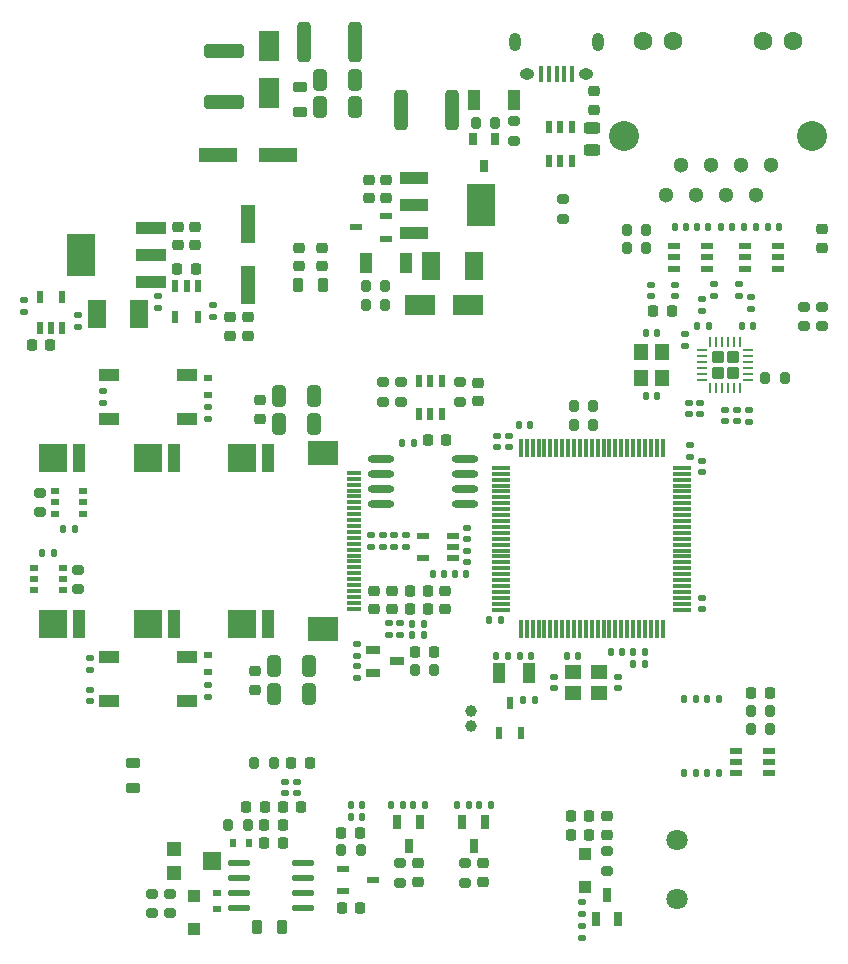
<source format=gtp>
%TF.GenerationSoftware,KiCad,Pcbnew,(6.0.8-1)-1*%
%TF.CreationDate,2022-11-24T03:44:55+08:00*%
%TF.ProjectId,CCTV3_F407_REV200,43435456-335f-4463-9430-375f52455632,rev?*%
%TF.SameCoordinates,Original*%
%TF.FileFunction,Paste,Top*%
%TF.FilePolarity,Positive*%
%FSLAX46Y46*%
G04 Gerber Fmt 4.6, Leading zero omitted, Abs format (unit mm)*
G04 Created by KiCad (PCBNEW (6.0.8-1)-1) date 2022-11-24 03:44:55*
%MOMM*%
%LPD*%
G01*
G04 APERTURE LIST*
G04 Aperture macros list*
%AMRoundRect*
0 Rectangle with rounded corners*
0 $1 Rounding radius*
0 $2 $3 $4 $5 $6 $7 $8 $9 X,Y pos of 4 corners*
0 Add a 4 corners polygon primitive as box body*
4,1,4,$2,$3,$4,$5,$6,$7,$8,$9,$2,$3,0*
0 Add four circle primitives for the rounded corners*
1,1,$1+$1,$2,$3*
1,1,$1+$1,$4,$5*
1,1,$1+$1,$6,$7*
1,1,$1+$1,$8,$9*
0 Add four rect primitives between the rounded corners*
20,1,$1+$1,$2,$3,$4,$5,0*
20,1,$1+$1,$4,$5,$6,$7,0*
20,1,$1+$1,$6,$7,$8,$9,0*
20,1,$1+$1,$8,$9,$2,$3,0*%
G04 Aperture macros list end*
%ADD10RoundRect,0.218750X-0.256250X0.218750X-0.256250X-0.218750X0.256250X-0.218750X0.256250X0.218750X0*%
%ADD11RoundRect,0.200000X-0.275000X0.200000X-0.275000X-0.200000X0.275000X-0.200000X0.275000X0.200000X0*%
%ADD12R,2.460000X1.050000*%
%ADD13R,2.460000X3.540000*%
%ADD14RoundRect,0.140000X-0.170000X0.140000X-0.170000X-0.140000X0.170000X-0.140000X0.170000X0.140000X0*%
%ADD15RoundRect,0.200000X0.200000X0.275000X-0.200000X0.275000X-0.200000X-0.275000X0.200000X-0.275000X0*%
%ADD16R,1.200000X1.200000*%
%ADD17R,1.500000X1.600000*%
%ADD18RoundRect,0.140000X0.140000X0.170000X-0.140000X0.170000X-0.140000X-0.170000X0.140000X-0.170000X0*%
%ADD19RoundRect,0.225000X-0.250000X0.225000X-0.250000X-0.225000X0.250000X-0.225000X0.250000X0.225000X0*%
%ADD20R,1.610000X2.380000*%
%ADD21RoundRect,0.135000X0.185000X-0.135000X0.185000X0.135000X-0.185000X0.135000X-0.185000X-0.135000X0*%
%ADD22R,1.100000X1.100000*%
%ADD23R,2.500000X1.100000*%
%ADD24R,2.340000X3.600000*%
%ADD25RoundRect,0.140000X0.170000X-0.140000X0.170000X0.140000X-0.170000X0.140000X-0.170000X-0.140000X0*%
%ADD26R,1.100000X1.700000*%
%ADD27RoundRect,0.200000X0.275000X-0.200000X0.275000X0.200000X-0.275000X0.200000X-0.275000X-0.200000X0*%
%ADD28RoundRect,0.250000X-0.275000X-0.275000X0.275000X-0.275000X0.275000X0.275000X-0.275000X0.275000X0*%
%ADD29RoundRect,0.062500X-0.350000X-0.062500X0.350000X-0.062500X0.350000X0.062500X-0.350000X0.062500X0*%
%ADD30RoundRect,0.062500X-0.062500X-0.350000X0.062500X-0.350000X0.062500X0.350000X-0.062500X0.350000X0*%
%ADD31RoundRect,0.225000X0.225000X0.250000X-0.225000X0.250000X-0.225000X-0.250000X0.225000X-0.250000X0*%
%ADD32R,1.000000X0.550000*%
%ADD33R,0.550000X1.000000*%
%ADD34RoundRect,0.135000X0.135000X0.185000X-0.135000X0.185000X-0.135000X-0.185000X0.135000X-0.185000X0*%
%ADD35RoundRect,0.135000X-0.135000X-0.185000X0.135000X-0.185000X0.135000X0.185000X-0.135000X0.185000X0*%
%ADD36R,0.700000X1.250000*%
%ADD37RoundRect,0.140000X-0.140000X-0.170000X0.140000X-0.170000X0.140000X0.170000X-0.140000X0.170000X0*%
%ADD38R,0.600000X1.070000*%
%ADD39RoundRect,0.218750X0.218750X0.256250X-0.218750X0.256250X-0.218750X-0.256250X0.218750X-0.256250X0*%
%ADD40R,1.400000X1.200000*%
%ADD41RoundRect,0.218750X-0.218750X-0.256250X0.218750X-0.256250X0.218750X0.256250X-0.218750X0.256250X0*%
%ADD42RoundRect,0.200000X-0.200000X-0.275000X0.200000X-0.275000X0.200000X0.275000X-0.200000X0.275000X0*%
%ADD43RoundRect,0.135000X-0.185000X0.135000X-0.185000X-0.135000X0.185000X-0.135000X0.185000X0.135000X0*%
%ADD44R,1.070000X0.600000*%
%ADD45RoundRect,0.225000X0.250000X-0.225000X0.250000X0.225000X-0.250000X0.225000X-0.250000X-0.225000X0*%
%ADD46RoundRect,0.075000X0.075000X-0.725000X0.075000X0.725000X-0.075000X0.725000X-0.075000X-0.725000X0*%
%ADD47RoundRect,0.075000X0.725000X-0.075000X0.725000X0.075000X-0.725000X0.075000X-0.725000X-0.075000X0*%
%ADD48R,1.000000X1.800000*%
%ADD49R,1.700000X1.000000*%
%ADD50R,2.330000X2.380000*%
%ADD51R,1.100000X2.380000*%
%ADD52R,0.600000X0.700000*%
%ADD53RoundRect,0.250000X0.312500X1.450000X-0.312500X1.450000X-0.312500X-1.450000X0.312500X-1.450000X0*%
%ADD54RoundRect,0.225000X-0.225000X-0.250000X0.225000X-0.250000X0.225000X0.250000X-0.225000X0.250000X0*%
%ADD55RoundRect,0.250000X1.450000X-0.312500X1.450000X0.312500X-1.450000X0.312500X-1.450000X-0.312500X0*%
%ADD56R,3.260000X1.150000*%
%ADD57RoundRect,0.218750X0.256250X-0.218750X0.256250X0.218750X-0.256250X0.218750X-0.256250X-0.218750X0*%
%ADD58C,1.000000*%
%ADD59RoundRect,0.250000X-0.325000X-0.650000X0.325000X-0.650000X0.325000X0.650000X-0.325000X0.650000X0*%
%ADD60R,1.250000X0.700000*%
%ADD61R,0.600000X1.000000*%
%ADD62RoundRect,0.218750X0.381250X-0.218750X0.381250X0.218750X-0.381250X0.218750X-0.381250X-0.218750X0*%
%ADD63R,1.000000X0.600000*%
%ADD64O,1.950000X0.570000*%
%ADD65R,1.200000X1.400000*%
%ADD66RoundRect,0.218750X0.218750X0.381250X-0.218750X0.381250X-0.218750X-0.381250X0.218750X-0.381250X0*%
%ADD67R,0.800000X0.500000*%
%ADD68RoundRect,0.243750X0.456250X-0.243750X0.456250X0.243750X-0.456250X0.243750X-0.456250X-0.243750X0*%
%ADD69R,0.700000X0.600000*%
%ADD70R,1.150000X3.260000*%
%ADD71O,2.250000X0.630000*%
%ADD72C,1.800000*%
%ADD73O,1.000000X1.550000*%
%ADD74O,1.250000X0.950000*%
%ADD75R,0.400000X1.350000*%
%ADD76R,1.800000X2.500000*%
%ADD77C,1.300000*%
%ADD78C,1.600000*%
%ADD79C,2.540000*%
%ADD80R,1.250000X0.300000*%
%ADD81R,2.500000X2.000000*%
%ADD82R,0.800000X1.000000*%
%ADD83RoundRect,0.218750X-0.381250X0.218750X-0.381250X-0.218750X0.381250X-0.218750X0.381250X0.218750X0*%
%ADD84R,2.500000X1.800000*%
G04 APERTURE END LIST*
D10*
X69200000Y-26912500D03*
X69200000Y-28487500D03*
D11*
X87000000Y-45175000D03*
X87000000Y-46825000D03*
D12*
X53940000Y-34300000D03*
X53940000Y-36600000D03*
X53940000Y-38900000D03*
D13*
X59660000Y-36600000D03*
D14*
X26500005Y-77620000D03*
X26500005Y-78580000D03*
D15*
X39868750Y-89049995D03*
X38218750Y-89049995D03*
D16*
X33623750Y-91099995D03*
D17*
X36863750Y-92099995D03*
D16*
X33623750Y-93099995D03*
D18*
X61280000Y-71700000D03*
X60320000Y-71700000D03*
D19*
X38400000Y-46075000D03*
X38400000Y-47625000D03*
D18*
X61880000Y-74720000D03*
X60920000Y-74720000D03*
D20*
X27100000Y-45800000D03*
X30700000Y-45800000D03*
D21*
X52790000Y-72980000D03*
X52790000Y-71960000D03*
D22*
X35293750Y-95049995D03*
X35293750Y-97849995D03*
D23*
X31670000Y-43100000D03*
X31670000Y-40800000D03*
X31670000Y-38500000D03*
D24*
X25730000Y-40800000D03*
D22*
X68400000Y-91500000D03*
X68400000Y-94300000D03*
D18*
X82880000Y-38400000D03*
X81920000Y-38400000D03*
D14*
X50300000Y-64520000D03*
X50300000Y-65480000D03*
D25*
X44041250Y-86374995D03*
X44041250Y-85414995D03*
D26*
X62425000Y-27700000D03*
X59025000Y-27700000D03*
D27*
X66600000Y-37725000D03*
X66600000Y-36075000D03*
D28*
X79650000Y-49450000D03*
X79650000Y-50750000D03*
X80950000Y-50750000D03*
X80950000Y-49450000D03*
D29*
X78362500Y-48850000D03*
X78362500Y-49350000D03*
X78362500Y-49850000D03*
X78362500Y-50350000D03*
X78362500Y-50850000D03*
X78362500Y-51350000D03*
D30*
X79050000Y-52037500D03*
X79550000Y-52037500D03*
X80050000Y-52037500D03*
X80550000Y-52037500D03*
X81050000Y-52037500D03*
X81550000Y-52037500D03*
D29*
X82237500Y-51350000D03*
X82237500Y-50850000D03*
X82237500Y-50350000D03*
X82237500Y-49850000D03*
X82237500Y-49350000D03*
X82237500Y-48850000D03*
D30*
X81550000Y-48162500D03*
X81050000Y-48162500D03*
X80550000Y-48162500D03*
X80050000Y-48162500D03*
X79550000Y-48162500D03*
X79050000Y-48162500D03*
D18*
X74535000Y-52775000D03*
X73575000Y-52775000D03*
D31*
X42818750Y-89049995D03*
X41268750Y-89049995D03*
X35475000Y-41950000D03*
X33925000Y-41950000D03*
D32*
X84000000Y-82750000D03*
X84000000Y-83700000D03*
X84000000Y-84650000D03*
X81200000Y-84650000D03*
X81200000Y-83700000D03*
X81200000Y-82750000D03*
D21*
X78350000Y-45510000D03*
X78350000Y-44490000D03*
D33*
X65400000Y-32800000D03*
X66350000Y-32800000D03*
X67300000Y-32800000D03*
X67300000Y-30000000D03*
X66350000Y-30000000D03*
X65400000Y-30000000D03*
D25*
X78200000Y-54280000D03*
X78200000Y-53320000D03*
D34*
X53920000Y-56700000D03*
X52900000Y-56700000D03*
D35*
X53790000Y-72010000D03*
X54810000Y-72010000D03*
D36*
X54450000Y-88800000D03*
X52550000Y-88800000D03*
X53500000Y-90800000D03*
D37*
X55520000Y-67800000D03*
X56480000Y-67800000D03*
D38*
X61150000Y-81240000D03*
X63050000Y-81240000D03*
X62100000Y-78760000D03*
D35*
X24240000Y-64000000D03*
X25260000Y-64000000D03*
D25*
X61000000Y-57080000D03*
X61000000Y-56120000D03*
X78300000Y-59200000D03*
X78300000Y-58240000D03*
D18*
X48620000Y-88400000D03*
X49580000Y-88400000D03*
D39*
X55147500Y-69250000D03*
X53572500Y-69250000D03*
D10*
X70300000Y-88312500D03*
X70300000Y-89887500D03*
D40*
X67400000Y-77900000D03*
X69600000Y-77900000D03*
X69600000Y-76140000D03*
X67400000Y-76140000D03*
D41*
X49387500Y-89700000D03*
X47812500Y-89700000D03*
D42*
X71975000Y-38700000D03*
X73625000Y-38700000D03*
D43*
X20930000Y-44640000D03*
X20930000Y-45660000D03*
D42*
X71975000Y-40200000D03*
X73625000Y-40200000D03*
D43*
X32300000Y-44290000D03*
X32300000Y-45310000D03*
D25*
X51810000Y-72930000D03*
X51810000Y-71970000D03*
D19*
X33930000Y-38400000D03*
X33930000Y-39950000D03*
D15*
X82475000Y-80900000D03*
X84125000Y-80900000D03*
D11*
X88500000Y-45175000D03*
X88500000Y-46825000D03*
D18*
X73480000Y-74420000D03*
X72520000Y-74420000D03*
D21*
X81450000Y-44310000D03*
X81450000Y-43290000D03*
D18*
X71580000Y-74420000D03*
X70620000Y-74420000D03*
D14*
X78300000Y-69840000D03*
X78300000Y-70800000D03*
D35*
X51990000Y-87400000D03*
X53010000Y-87400000D03*
D18*
X63780000Y-55200000D03*
X62820000Y-55200000D03*
D15*
X51525000Y-43400000D03*
X49875000Y-43400000D03*
D44*
X51540000Y-39400000D03*
X51540000Y-37500000D03*
X49060000Y-38450000D03*
D32*
X76000000Y-40050000D03*
X76000000Y-41000000D03*
X76000000Y-41950000D03*
X78800000Y-41950000D03*
X78800000Y-41000000D03*
X78800000Y-40050000D03*
D42*
X67475000Y-53600000D03*
X69125000Y-53600000D03*
D25*
X77300000Y-57880000D03*
X77300000Y-56920000D03*
D21*
X26500005Y-75910000D03*
X26500005Y-74890000D03*
D45*
X44200000Y-41725000D03*
X44200000Y-40175000D03*
D33*
X56285000Y-51500000D03*
X55335000Y-51500000D03*
X54385000Y-51500000D03*
X54385000Y-54300000D03*
X55335000Y-54300000D03*
X56285000Y-54300000D03*
D46*
X63000000Y-72495000D03*
X63500000Y-72495000D03*
X64000000Y-72495000D03*
X64500000Y-72495000D03*
X65000000Y-72495000D03*
X65500000Y-72495000D03*
X66000000Y-72495000D03*
X66500000Y-72495000D03*
X67000000Y-72495000D03*
X67500000Y-72495000D03*
X68000000Y-72495000D03*
X68500000Y-72495000D03*
X69000000Y-72495000D03*
X69500000Y-72495000D03*
X70000000Y-72495000D03*
X70500000Y-72495000D03*
X71000000Y-72495000D03*
X71500000Y-72495000D03*
X72000000Y-72495000D03*
X72500000Y-72495000D03*
X73000000Y-72495000D03*
X73500000Y-72495000D03*
X74000000Y-72495000D03*
X74500000Y-72495000D03*
X75000000Y-72495000D03*
D47*
X76675000Y-70820000D03*
X76675000Y-70320000D03*
X76675000Y-69820000D03*
X76675000Y-69320000D03*
X76675000Y-68820000D03*
X76675000Y-68320000D03*
X76675000Y-67820000D03*
X76675000Y-67320000D03*
X76675000Y-66820000D03*
X76675000Y-66320000D03*
X76675000Y-65820000D03*
X76675000Y-65320000D03*
X76675000Y-64820000D03*
X76675000Y-64320000D03*
X76675000Y-63820000D03*
X76675000Y-63320000D03*
X76675000Y-62820000D03*
X76675000Y-62320000D03*
X76675000Y-61820000D03*
X76675000Y-61320000D03*
X76675000Y-60820000D03*
X76675000Y-60320000D03*
X76675000Y-59820000D03*
X76675000Y-59320000D03*
X76675000Y-58820000D03*
D46*
X75000000Y-57145000D03*
X74500000Y-57145000D03*
X74000000Y-57145000D03*
X73500000Y-57145000D03*
X73000000Y-57145000D03*
X72500000Y-57145000D03*
X72000000Y-57145000D03*
X71500000Y-57145000D03*
X71000000Y-57145000D03*
X70500000Y-57145000D03*
X70000000Y-57145000D03*
X69500000Y-57145000D03*
X69000000Y-57145000D03*
X68500000Y-57145000D03*
X68000000Y-57145000D03*
X67500000Y-57145000D03*
X67000000Y-57145000D03*
X66500000Y-57145000D03*
X66000000Y-57145000D03*
X65500000Y-57145000D03*
X65000000Y-57145000D03*
X64500000Y-57145000D03*
X64000000Y-57145000D03*
X63500000Y-57145000D03*
X63000000Y-57145000D03*
D47*
X61325000Y-58820000D03*
X61325000Y-59320000D03*
X61325000Y-59820000D03*
X61325000Y-60320000D03*
X61325000Y-60820000D03*
X61325000Y-61320000D03*
X61325000Y-61820000D03*
X61325000Y-62320000D03*
X61325000Y-62820000D03*
X61325000Y-63320000D03*
X61325000Y-63820000D03*
X61325000Y-64320000D03*
X61325000Y-64820000D03*
X61325000Y-65320000D03*
X61325000Y-65820000D03*
X61325000Y-66320000D03*
X61325000Y-66820000D03*
X61325000Y-67320000D03*
X61325000Y-67820000D03*
X61325000Y-68320000D03*
X61325000Y-68820000D03*
X61325000Y-69320000D03*
X61325000Y-69820000D03*
X61325000Y-70320000D03*
X61325000Y-70820000D03*
D48*
X61150000Y-76220000D03*
X63650000Y-76220000D03*
D32*
X84800000Y-41950000D03*
X84800000Y-41000000D03*
X84800000Y-40050000D03*
X82000000Y-40050000D03*
X82000000Y-41000000D03*
X82000000Y-41950000D03*
D11*
X57835000Y-51575000D03*
X57835000Y-53225000D03*
D19*
X50100000Y-34450000D03*
X50100000Y-36000000D03*
D25*
X76900000Y-48480000D03*
X76900000Y-47520000D03*
D49*
X28100005Y-74850000D03*
X34700005Y-74850000D03*
X28100005Y-78550000D03*
X34700005Y-78550000D03*
D35*
X77890000Y-46800000D03*
X78910000Y-46800000D03*
D45*
X50600000Y-69225000D03*
X50600000Y-70775000D03*
D50*
X39410000Y-72000000D03*
D51*
X41590000Y-72000000D03*
D35*
X79810000Y-78350000D03*
X78790000Y-78350000D03*
D34*
X54910000Y-87400000D03*
X53890000Y-87400000D03*
D39*
X55637500Y-74400000D03*
X54062500Y-74400000D03*
D44*
X50440000Y-93700000D03*
X47960000Y-94650000D03*
X47960000Y-92750000D03*
D43*
X49150000Y-73690000D03*
X49150000Y-74710000D03*
D11*
X33293750Y-94874995D03*
X33293750Y-96524995D03*
D52*
X39993750Y-90549995D03*
X38593750Y-90549995D03*
D53*
X57162500Y-28500000D03*
X52887500Y-28500000D03*
D54*
X21625000Y-48400000D03*
X23175000Y-48400000D03*
D34*
X76840000Y-78350000D03*
X77860000Y-78350000D03*
D39*
X75800000Y-45500000D03*
X74225000Y-45500000D03*
D11*
X31793750Y-94874995D03*
X31793750Y-96524995D03*
D45*
X46200000Y-41725000D03*
X46200000Y-40175000D03*
D43*
X68200000Y-95600000D03*
X68200000Y-96620000D03*
D14*
X81300000Y-53920000D03*
X81300000Y-54880000D03*
D36*
X69350000Y-97000000D03*
X71250000Y-97000000D03*
X70300000Y-95000000D03*
D50*
X23410000Y-72000000D03*
D51*
X25590000Y-72000000D03*
D21*
X36500005Y-78210000D03*
X36500005Y-77190000D03*
D55*
X37900000Y-27837500D03*
X37900000Y-23562500D03*
D34*
X23510000Y-66000000D03*
X22490000Y-66000000D03*
D56*
X42450000Y-32300000D03*
X37350000Y-32300000D03*
D50*
X31410000Y-58000000D03*
D51*
X33590000Y-58000000D03*
D19*
X51600000Y-34450000D03*
X51600000Y-36000000D03*
D25*
X58400000Y-66780000D03*
X58400000Y-65820000D03*
D57*
X40925000Y-54687500D03*
X40925000Y-53112500D03*
D58*
X58800000Y-79400000D03*
X58800000Y-80650000D03*
D59*
X42550000Y-55100000D03*
X45500000Y-55100000D03*
D21*
X53300000Y-65510000D03*
X53300000Y-64490000D03*
D37*
X77920000Y-38400000D03*
X78880000Y-38400000D03*
X81720000Y-46800000D03*
X82680000Y-46800000D03*
D21*
X49150000Y-76610000D03*
X49150000Y-75590000D03*
X25500000Y-46910000D03*
X25500000Y-45890000D03*
D31*
X56695000Y-56440000D03*
X55145000Y-56440000D03*
D59*
X42550000Y-52700000D03*
X45500000Y-52700000D03*
D60*
X50500000Y-74250000D03*
X50500000Y-76150000D03*
X52500000Y-75200000D03*
D61*
X22280000Y-46950000D03*
X23230000Y-46950000D03*
X24180000Y-46950000D03*
X24180000Y-44350000D03*
X22280000Y-44350000D03*
D18*
X67860000Y-74730000D03*
X66900000Y-74730000D03*
D39*
X55147500Y-70750000D03*
X53572500Y-70750000D03*
D18*
X63880000Y-74720000D03*
X62920000Y-74720000D03*
D10*
X54300000Y-92312500D03*
X54300000Y-93887500D03*
D62*
X30200000Y-85962500D03*
X30200000Y-83837500D03*
D63*
X57287500Y-66450000D03*
X57287500Y-65500000D03*
X57287500Y-64550000D03*
X54687500Y-64550000D03*
X54687500Y-66450000D03*
D21*
X79350000Y-44310000D03*
X79350000Y-43290000D03*
D42*
X67475000Y-55200000D03*
X69125000Y-55200000D03*
D31*
X47825000Y-96100000D03*
X49375000Y-96100000D03*
D42*
X49875000Y-45000000D03*
X51525000Y-45000000D03*
D37*
X83920000Y-38400000D03*
X84880000Y-38400000D03*
D21*
X82450000Y-45410000D03*
X82450000Y-44390000D03*
D64*
X39141250Y-92254995D03*
X39141250Y-93534995D03*
X39141250Y-94794995D03*
X39141250Y-96064995D03*
X44561250Y-96064995D03*
X44561250Y-94794995D03*
X44561250Y-93534995D03*
X44561250Y-92254995D03*
D65*
X74935000Y-51175000D03*
X74935000Y-48975000D03*
X73175000Y-48975000D03*
X73175000Y-51175000D03*
D11*
X22250000Y-60925000D03*
X22250000Y-62575000D03*
D66*
X42803750Y-97694995D03*
X40678750Y-97694995D03*
D14*
X80300000Y-53920000D03*
X80300000Y-54880000D03*
D10*
X59800000Y-92312500D03*
X59800000Y-93887500D03*
D34*
X60510000Y-87400000D03*
X59490000Y-87400000D03*
D42*
X59200000Y-29600000D03*
X60850000Y-29600000D03*
D18*
X76980000Y-38400000D03*
X76020000Y-38400000D03*
D50*
X23410000Y-58000000D03*
D51*
X25590000Y-58000000D03*
D67*
X25950000Y-62700000D03*
X25950000Y-61750000D03*
X25950000Y-60800000D03*
X23550000Y-60800000D03*
X23550000Y-61750000D03*
X23550000Y-62700000D03*
D31*
X41318750Y-87549995D03*
X39768750Y-87549995D03*
D59*
X46025000Y-28300000D03*
X48975000Y-28300000D03*
D21*
X36500000Y-54720000D03*
X36500000Y-53700000D03*
D25*
X43041250Y-86374995D03*
X43041250Y-85414995D03*
D15*
X42087500Y-83800000D03*
X40437500Y-83800000D03*
D27*
X58300000Y-93925000D03*
X58300000Y-92275000D03*
X25500000Y-69075000D03*
X25500000Y-67425000D03*
D37*
X73575000Y-47375000D03*
X74535000Y-47375000D03*
D68*
X69000000Y-31937500D03*
X69000000Y-30062500D03*
D69*
X36500005Y-74700000D03*
X36500005Y-76100000D03*
D50*
X39410000Y-58000000D03*
D51*
X41590000Y-58000000D03*
D11*
X51335000Y-51575000D03*
X51335000Y-53225000D03*
D59*
X42125000Y-75600000D03*
X45075000Y-75600000D03*
D37*
X64180000Y-78500000D03*
X63220000Y-78500000D03*
D27*
X52800000Y-93925000D03*
X52800000Y-92275000D03*
D31*
X68775000Y-88300000D03*
X67225000Y-88300000D03*
D42*
X49425000Y-91200000D03*
X47775000Y-91200000D03*
D25*
X74012500Y-44280000D03*
X74012500Y-43320000D03*
D41*
X43575000Y-83800000D03*
X45150000Y-83800000D03*
D43*
X82300000Y-53890000D03*
X82300000Y-54910000D03*
D19*
X52100000Y-69225000D03*
X52100000Y-70775000D03*
D15*
X82475000Y-79400000D03*
X84125000Y-79400000D03*
D39*
X44416250Y-87549995D03*
X42841250Y-87549995D03*
D21*
X68200000Y-98610000D03*
X68200000Y-97590000D03*
D69*
X37293750Y-94799995D03*
X37293750Y-96199995D03*
D25*
X77200000Y-54280000D03*
X77200000Y-53320000D03*
D10*
X40500000Y-76012500D03*
X40500000Y-77587500D03*
D18*
X80880000Y-38400000D03*
X79920000Y-38400000D03*
D25*
X62000000Y-57080000D03*
X62000000Y-56120000D03*
D70*
X39900000Y-43300000D03*
X39900000Y-38200000D03*
D59*
X42125000Y-78000000D03*
X45075000Y-78000000D03*
D71*
X51170000Y-58090000D03*
X51170000Y-59370000D03*
X51170000Y-60630000D03*
X51170000Y-61900000D03*
X58230000Y-61900000D03*
X58230000Y-60630000D03*
X58230000Y-59370000D03*
X58230000Y-58090000D03*
D72*
X76200000Y-90300000D03*
X76200000Y-95300000D03*
D67*
X21800000Y-67300000D03*
X21800000Y-68250000D03*
X21800000Y-69200000D03*
X24200000Y-69200000D03*
X24200000Y-68250000D03*
X24200000Y-67300000D03*
D18*
X58380000Y-67800000D03*
X57420000Y-67800000D03*
D73*
X69537500Y-22750000D03*
X62537500Y-22750000D03*
D74*
X68537500Y-25450000D03*
X63537500Y-25450000D03*
D75*
X64737500Y-25450000D03*
X65387500Y-25450000D03*
X66037500Y-25450000D03*
X66687500Y-25450000D03*
X67337500Y-25450000D03*
D57*
X59335000Y-53187500D03*
X59335000Y-51612500D03*
D53*
X48937500Y-22800000D03*
X44662500Y-22800000D03*
D61*
X35650000Y-43450000D03*
X34700000Y-43450000D03*
X33750000Y-43450000D03*
X33750000Y-46050000D03*
X35650000Y-46050000D03*
D36*
X59950000Y-88800000D03*
X58050000Y-88800000D03*
X59000000Y-90800000D03*
D14*
X71200000Y-76530000D03*
X71200000Y-77490000D03*
D26*
X49900000Y-41500000D03*
X53300000Y-41500000D03*
D76*
X41700000Y-27100000D03*
X41700000Y-23100000D03*
D45*
X56600000Y-70775000D03*
X56600000Y-69225000D03*
D19*
X35430000Y-38400000D03*
X35430000Y-39950000D03*
D18*
X48620000Y-87400000D03*
X49580000Y-87400000D03*
D11*
X70300000Y-91275000D03*
X70300000Y-92925000D03*
D15*
X55675000Y-75900000D03*
X54025000Y-75900000D03*
D20*
X59000000Y-41700000D03*
X55400000Y-41700000D03*
D25*
X65800000Y-77490000D03*
X65800000Y-76530000D03*
D19*
X39900000Y-46075000D03*
X39900000Y-47625000D03*
D25*
X51300000Y-65480000D03*
X51300000Y-64520000D03*
D39*
X82512500Y-77900000D03*
X84087500Y-77900000D03*
D11*
X62400000Y-29475000D03*
X62400000Y-31125000D03*
D18*
X73480000Y-75420000D03*
X72520000Y-75420000D03*
D59*
X48975000Y-26000000D03*
X46025000Y-26000000D03*
D77*
X84140000Y-33160000D03*
X82880000Y-35700000D03*
X81600000Y-33160000D03*
X80340000Y-35700000D03*
X79070000Y-33160000D03*
X77800000Y-35700000D03*
X76530000Y-33160000D03*
X75260000Y-35700000D03*
D78*
X86030000Y-22700000D03*
X83490000Y-22700000D03*
X75920000Y-22700000D03*
X73380000Y-22700000D03*
D79*
X87650000Y-30710000D03*
X71750000Y-30710000D03*
D25*
X76012500Y-44280000D03*
X76012500Y-43320000D03*
D80*
X48850000Y-70740000D03*
X48850000Y-70240000D03*
X48850000Y-69740000D03*
X48850000Y-69240000D03*
X48850000Y-68740000D03*
X48850000Y-68240000D03*
X48850000Y-67740000D03*
X48850000Y-67240000D03*
X48850000Y-66740000D03*
X48850000Y-66240000D03*
X48850000Y-65740000D03*
X48850000Y-65240000D03*
X48850000Y-64740000D03*
X48850000Y-64240000D03*
X48850000Y-63740000D03*
X48850000Y-63240000D03*
X48850000Y-62740000D03*
X48850000Y-62240000D03*
X48850000Y-61740000D03*
X48850000Y-61240000D03*
X48850000Y-60740000D03*
X48850000Y-60240000D03*
X48850000Y-59740000D03*
X48850000Y-59240000D03*
D81*
X46270000Y-72430000D03*
X46270000Y-57550000D03*
D25*
X27600000Y-53290000D03*
X27600000Y-52330000D03*
D54*
X41268750Y-90549995D03*
X42818750Y-90549995D03*
D35*
X57590000Y-87400000D03*
X58610000Y-87400000D03*
D10*
X88500000Y-38612500D03*
X88500000Y-40187500D03*
D34*
X78790000Y-84650000D03*
X79810000Y-84650000D03*
D82*
X60850000Y-30950000D03*
X58950000Y-30950000D03*
X59900000Y-33250000D03*
D25*
X52300000Y-65480000D03*
X52300000Y-64520000D03*
D83*
X44300000Y-26537500D03*
X44300000Y-28662500D03*
D84*
X58500000Y-45000000D03*
X54500000Y-45000000D03*
D66*
X46262500Y-43350000D03*
X44137500Y-43350000D03*
D11*
X52835000Y-51575000D03*
X52835000Y-53225000D03*
D54*
X67225000Y-89900000D03*
X68775000Y-89900000D03*
D34*
X76780000Y-84650000D03*
X77800000Y-84650000D03*
D21*
X36900000Y-46060000D03*
X36900000Y-45040000D03*
D15*
X85325000Y-51200000D03*
X83675000Y-51200000D03*
D49*
X34700000Y-54660000D03*
X28100000Y-54660000D03*
X34700000Y-50960000D03*
X28100000Y-50960000D03*
D50*
X31410000Y-72000000D03*
D51*
X33590000Y-72000000D03*
D14*
X58400000Y-63920000D03*
X58400000Y-64880000D03*
D69*
X36500000Y-52610000D03*
X36500000Y-51210000D03*
D35*
X53790000Y-73010000D03*
X54810000Y-73010000D03*
M02*

</source>
